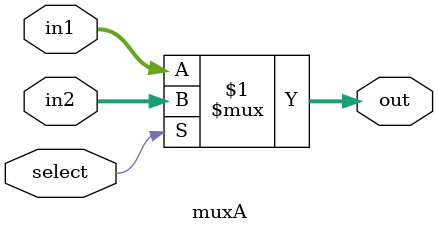
<source format=v>
`timescale 1ns / 1ps


module muxA(
    input [7:0] in1, input [7:0] in2, input select,output [7:0]out
    );
assign out = select ? in2 : in1;
endmodule

</source>
